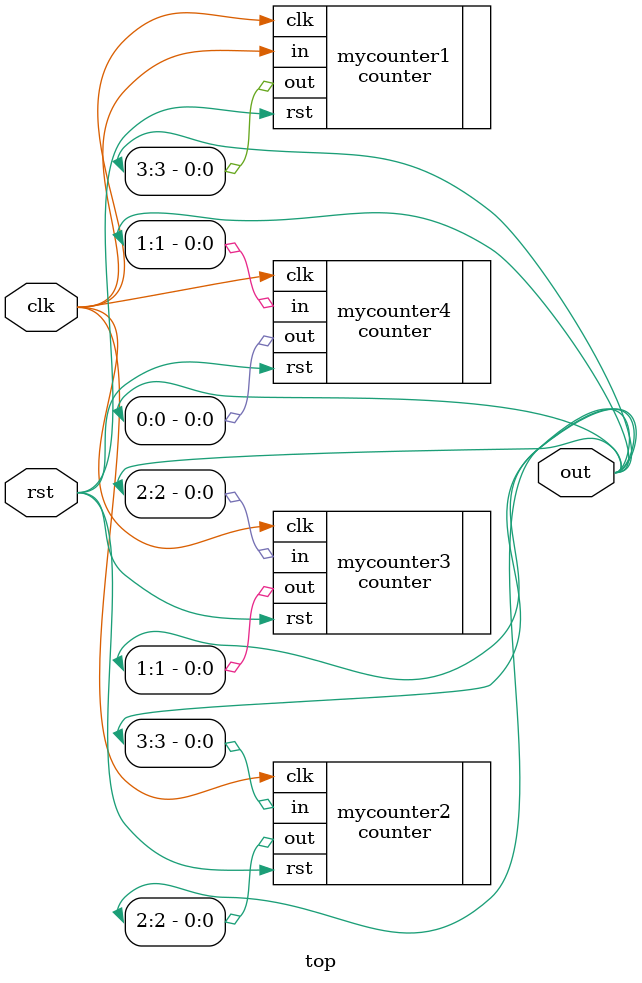
<source format=v>

module top(
  input clk,
  input rst,
  output [3:0] out);

counter mycounter1(.rst(rst), .in(clk), .clk(clk), .out(out[3]));
counter mycounter2(.rst(rst), .in(out[3]), .clk(clk), .out(out[2]));
counter mycounter3(.rst(rst), .in(out[2]), .clk(clk), .out(out[1]));
counter mycounter4(.rst(rst), .in(out[1]), .clk(clk), .out(out[0]));
endmodule


</source>
